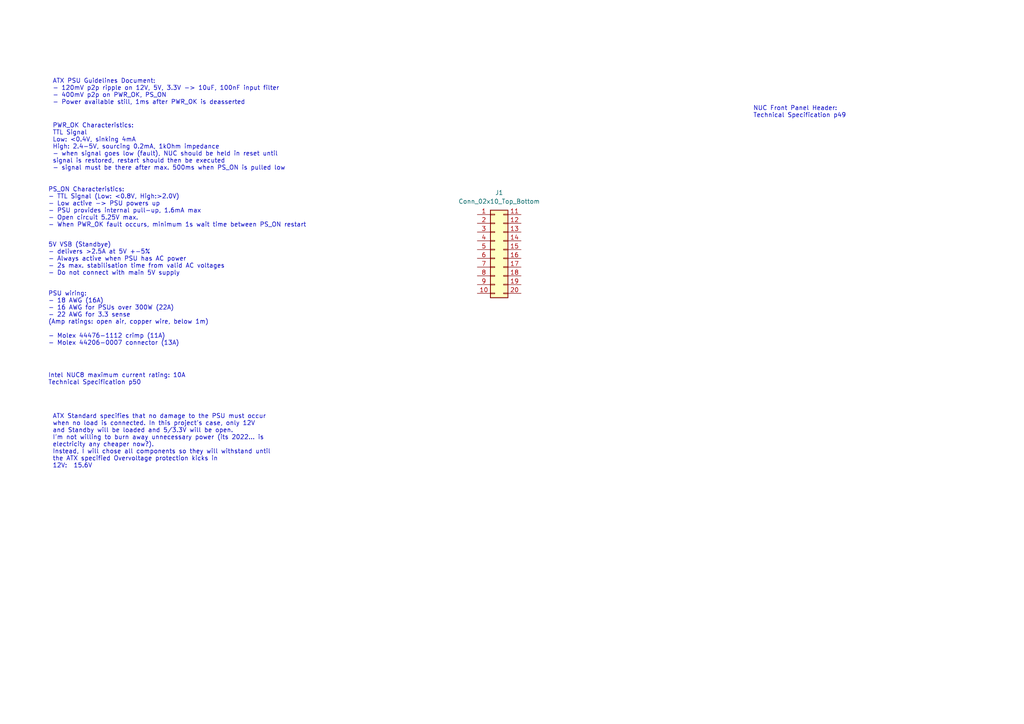
<source format=kicad_sch>
(kicad_sch (version 20211123) (generator eeschema)
  (paper "A4")
  (lib_symbols
    (symbol "Connector_Generic:Conn_02x10_Top_Bottom" (pin_names (offset 1.016) hide)
      (property "Reference" "J" (at 1.27 12.7 0))
      (property "Value" "Conn_02x10_Top_Bottom" (at 1.27 -15.24 0))
      (symbol "Conn_02x10_Top_Bottom_1_1"
        (rectangle (start -1.27 -12.573) (end 0 -12.827) (stroke (width 0.1524)))
        (rectangle (start -1.27 -10.033) (end 0 -10.287) (stroke (width 0.1524)))
        (rectangle (start -1.27 -7.493) (end 0 -7.747) (stroke (width 0.1524)))
        (rectangle (start -1.27 -4.953) (end 0 -5.207) (stroke (width 0.1524)))
        (rectangle (start -1.27 -2.413) (end 0 -2.667) (stroke (width 0.1524)))
        (rectangle (start -1.27 0.127) (end 0 -0.127) (stroke (width 0.1524)))
        (rectangle (start -1.27 2.667) (end 0 2.413) (stroke (width 0.1524)))
        (rectangle (start -1.27 5.207) (end 0 4.953) (stroke (width 0.1524)))
        (rectangle (start -1.27 7.747) (end 0 7.493) (stroke (width 0.1524)))
        (rectangle (start -1.27 10.287) (end 0 10.033) (stroke (width 0.1524)))
        (rectangle (start -1.27 11.43) (end 3.81 -13.97) (stroke (width 0.254)) (fill (type background)))
        (rectangle (start 3.81 -12.573) (end 2.54 -12.827) (stroke (width 0.1524)))
        (rectangle (start 3.81 -10.033) (end 2.54 -10.287) (stroke (width 0.1524)))
        (rectangle (start 3.81 -7.493) (end 2.54 -7.747) (stroke (width 0.1524)))
        (rectangle (start 3.81 -4.953) (end 2.54 -5.207) (stroke (width 0.1524)))
        (rectangle (start 3.81 -2.413) (end 2.54 -2.667) (stroke (width 0.1524)))
        (rectangle (start 3.81 0.127) (end 2.54 -0.127) (stroke (width 0.1524)))
        (rectangle (start 3.81 2.667) (end 2.54 2.413) (stroke (width 0.1524)))
        (rectangle (start 3.81 5.207) (end 2.54 4.953) (stroke (width 0.1524)))
        (rectangle (start 3.81 7.747) (end 2.54 7.493) (stroke (width 0.1524)))
        (rectangle (start 3.81 10.287) (end 2.54 10.033) (stroke (width 0.1524)))
        (pin passive line (at -5.08 10.16 0) (length 3.81) (name "Pin_1") (number "1"))
        (pin passive line (at -5.08 -12.7 0) (length 3.81) (name "Pin_10") (number "10"))
        (pin passive line (at 7.62 10.16 180) (length 3.81) (name "Pin_11") (number "11"))
        (pin passive line (at 7.62 7.62 180) (length 3.81) (name "Pin_12") (number "12"))
        (pin passive line (at 7.62 5.08 180) (length 3.81) (name "Pin_13") (number "13"))
        (pin passive line (at 7.62 2.54 180) (length 3.81) (name "Pin_14") (number "14"))
        (pin passive line (at 7.62 0 180) (length 3.81) (name "Pin_15") (number "15"))
        (pin passive line (at 7.62 -2.54 180) (length 3.81) (name "Pin_16") (number "16"))
        (pin passive line (at 7.62 -5.08 180) (length 3.81) (name "Pin_17") (number "17"))
        (pin passive line (at 7.62 -7.62 180) (length 3.81) (name "Pin_18") (number "18"))
        (pin passive line (at 7.62 -10.16 180) (length 3.81) (name "Pin_19") (number "19"))
        (pin passive line (at -5.08 7.62 0) (length 3.81) (name "Pin_2") (number "2"))
        (pin passive line (at 7.62 -12.7 180) (length 3.81) (name "Pin_20") (number "20"))
        (pin passive line (at -5.08 5.08 0) (length 3.81) (name "Pin_3") (number "3"))
        (pin passive line (at -5.08 2.54 0) (length 3.81) (name "Pin_4") (number "4"))
        (pin passive line (at -5.08 0 0) (length 3.81) (name "Pin_5") (number "5"))
        (pin passive line (at -5.08 -2.54 0) (length 3.81) (name "Pin_6") (number "6"))
        (pin passive line (at -5.08 -5.08 0) (length 3.81) (name "Pin_7") (number "7"))
        (pin passive line (at -5.08 -7.62 0) (length 3.81) (name "Pin_8") (number "8"))
        (pin passive line (at -5.08 -10.16 0) (length 3.81) (name "Pin_9") (number "9"))
      )
    )
  )
  (text "ATX PSU Guidelines Document:\n- 120mV p2p ripple on 12V, 5V, 3.3V -> 10uF, 100nF input filter\n- 400mV p2p on PWR_OK, PS_ON\n- Power available still, 1ms after PWR_OK is deasserted \n" (at 15.24 30.48 0) (effects (font (size 1.27 1.27)) (justify left bottom)))
  (text "PSU wiring:\n- 18 AWG (16A) \n- 16 AWG for PSUs over 300W (22A)\n- 22 AWG for 3.3 sense\n(Amp ratings: open air, copper wire, below 1m)\n\n- Molex 44476-1112 crimp (11A)\n- Molex 44206-0007 connector (13A)" (at 13.97 100.33 0) (effects (font (size 1.27 1.27)) (justify left bottom)))
  (text "Intel NUC8 maximum current rating: 10A\nTechnical Specification p50" (at 13.97 111.76 0) (effects (font (size 1.27 1.27)) (justify left bottom)))
  (text "PWR_OK Characteristics:\nTTL Signal\nLow: <0.4V, sinking 4mA\nHigh: 2.4-5V, sourcing 0.2mA, 1kOhm impedance\n- when signal goes low (fault), NUC should be held in reset until\nsignal is restored, restart should then be executed\n- signal must be there after max. 500ms when PS_ON is pulled low" (at 15.24 49.53 0) (effects (font (size 1.27 1.27)) (justify left bottom)))
  (text "NUC Front Panel Header:\nTechnical Specification p49" (at 218.44 34.29 0) (effects (font (size 1.27 1.27)) (justify left bottom)))
  (text "5V VSB (Standbye)\n- delivers >2.5A at 5V +-5%\n- Always active when PSU has AC power\n- 2s max. stabilisation time from valid AC voltages\n- Do not connect with main 5V supply" (at 13.97 80.01 0) (effects (font (size 1.27 1.27)) (justify left bottom)))
  (text "PS_ON Characteristics:\n- TTL Signal (Low: <0.8V, High:>2.0V)\n- Low active -> PSU powers up\n- PSU provides internal pull-up, 1.6mA max \n- Open circuit 5.25V max.\n- When PWR_OK fault occurs, minimum 1s wait time between PS_ON restart" (at 13.97 66.04 0) (effects (font (size 1.27 1.27)) (justify left bottom)))
  (text "ATX Standard specifies that no damage to the PSU must occur\nwhen no load is connected. In this project's case, only 12V \nand Standby will be loaded and 5/3.3V will be open. \nI'm not willing to burn away unnecessary power (its 2022... is \nelectricity any cheaper now?).\nInstead, I will chose all components so they will withstand until\nthe ATX specified Overvoltage protection kicks in\n12V:  15.6V" (at 15.24 135.89 0) (effects (font (size 1.27 1.27)) (justify left bottom)))
  (symbol (lib_id "Connector_Generic:Conn_02x10_Top_Bottom") (at 143.51 72.39 0) (unit 1)
    (property "Reference" "J1" (at 144.78 55.88 0))
    (property "Value" "Conn_02x10_Top_Bottom" (at 144.78 58.42 0))
    (property "Footprint" "Connector_Molex:Molex_Mini-Fit_Jr_5566-20A2_2x10_P4.20mm_Vertical" (effects hide))
  )
)
</source>
